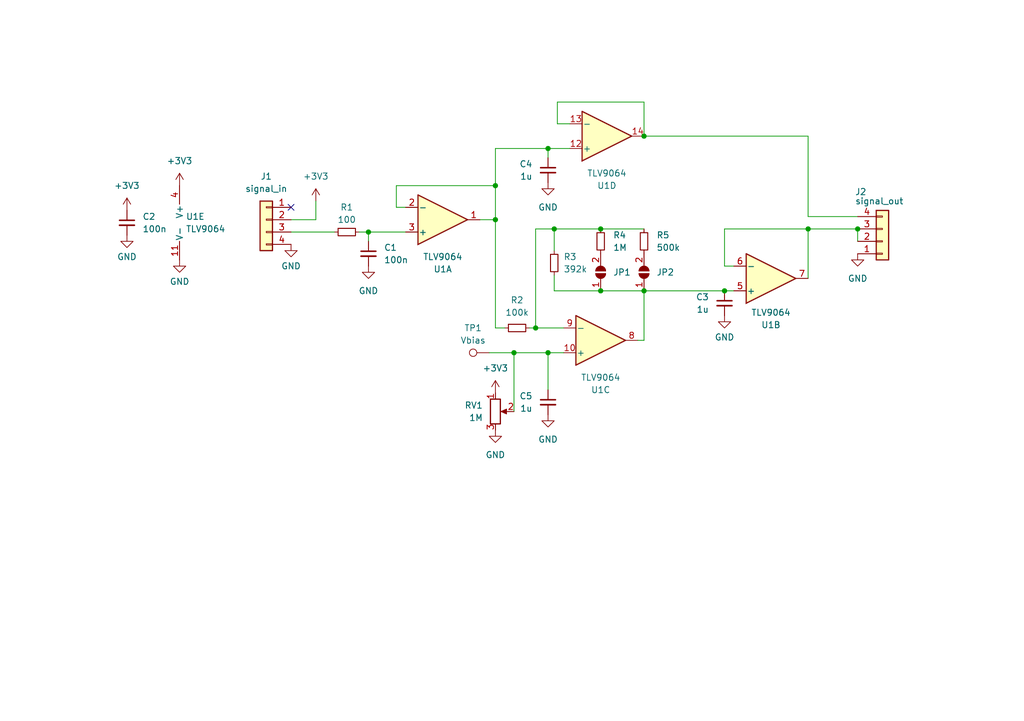
<source format=kicad_sch>
(kicad_sch (version 20230121) (generator eeschema)
  (paper "A5")
  (title_block (title "Analog Sensors Amolifier") (date "2024-03-30") (rev "2024.13") (company "NCKU Formula Racing"))
  (lib_symbols
    (symbol "Amplifier_Operational:TLV9064" (pin_names (offset 0.127))
      (property "Reference" "U" (at 0 5.08 0))
      (property "Value" "TLV9064" (at 0 -5.08 0))
      (symbol "TLV9064_1_1"
        (polyline (pts (xy -5.08 5.08) (xy 5.08 0) (xy -5.08 -5.08) (xy -5.08 5.08)) (stroke (width 0.254)) (fill (type background)))
        (pin output line (at 7.62 0 180) (length 2.54) (name "~") (number "1"))
        (pin input line (at -7.62 -2.54 0) (length 2.54) (name "-") (number "2"))
        (pin input line (at -7.62 2.54 0) (length 2.54) (name "+") (number "3"))
      )
      (symbol "TLV9064_2_1"
        (polyline (pts (xy -5.08 5.08) (xy 5.08 0) (xy -5.08 -5.08) (xy -5.08 5.08)) (stroke (width 0.254)) (fill (type background)))
        (pin input line (at -7.62 2.54 0) (length 2.54) (name "+") (number "5"))
        (pin input line (at -7.62 -2.54 0) (length 2.54) (name "-") (number "6"))
        (pin output line (at 7.62 0 180) (length 2.54) (name "~") (number "7"))
      )
      (symbol "TLV9064_3_1"
        (polyline (pts (xy -5.08 5.08) (xy 5.08 0) (xy -5.08 -5.08) (xy -5.08 5.08)) (stroke (width 0.254)) (fill (type background)))
        (pin input line (at -7.62 2.54 0) (length 2.54) (name "+") (number "10"))
        (pin output line (at 7.62 0 180) (length 2.54) (name "~") (number "8"))
        (pin input line (at -7.62 -2.54 0) (length 2.54) (name "-") (number "9"))
      )
      (symbol "TLV9064_4_1"
        (polyline (pts (xy -5.08 5.08) (xy 5.08 0) (xy -5.08 -5.08) (xy -5.08 5.08)) (stroke (width 0.254)) (fill (type background)))
        (pin input line (at -7.62 2.54 0) (length 2.54) (name "+") (number "12"))
        (pin input line (at -7.62 -2.54 0) (length 2.54) (name "-") (number "13"))
        (pin output line (at 7.62 0 180) (length 2.54) (name "~") (number "14"))
      )
      (symbol "TLV9064_5_1"
        (pin power_in line (at -2.54 -7.62 90) (length 3.81) (name "V-") (number "11"))
        (pin power_in line (at -2.54 7.62 270) (length 3.81) (name "V+") (number "4"))
      )
    )
    (symbol "Connector:TestPoint" (pin_numbers hide) (pin_names (offset 0.762) hide)
      (property "Reference" "TP" (at 0 6.858 0))
      (property "Value" "TestPoint" (at 0 5.08 0))
      (symbol "TestPoint_0_1"
        (circle (center 0 3.302) (radius 0.762))
      )
      (symbol "TestPoint_1_1"
        (pin passive line (at 0 0 90) (length 2.54) (name "1") (number "1"))
      )
    )
    (symbol "Connector_Generic:Conn_01x04" (pin_names (offset 1.016) hide)
      (property "Reference" "J" (at 0 5.08 0))
      (property "Value" "Conn_01x04" (at 0 -7.62 0))
      (symbol "Conn_01x04_1_1"
        (rectangle (start -1.27 -4.953) (end 0 -5.207) (stroke (width 0.1524)))
        (rectangle (start -1.27 -2.413) (end 0 -2.667) (stroke (width 0.1524)))
        (rectangle (start -1.27 0.127) (end 0 -0.127) (stroke (width 0.1524)))
        (rectangle (start -1.27 2.667) (end 0 2.413) (stroke (width 0.1524)))
        (rectangle (start -1.27 3.81) (end 1.27 -6.35) (stroke (width 0.254)) (fill (type background)))
        (pin passive line (at -5.08 2.54 0) (length 3.81) (name "Pin_1") (number "1"))
        (pin passive line (at -5.08 0 0) (length 3.81) (name "Pin_2") (number "2"))
        (pin passive line (at -5.08 -2.54 0) (length 3.81) (name "Pin_3") (number "3"))
        (pin passive line (at -5.08 -5.08 0) (length 3.81) (name "Pin_4") (number "4"))
      )
    )
    (symbol "Device:C_Small" (pin_numbers hide) (pin_names (offset 0.254) hide)
      (property "Reference" "C" (at 0.254 1.778 0))
      (property "Value" "C_Small" (at 0.254 -2.032 0))
      (symbol "C_Small_0_1"
        (polyline (pts (xy -1.524 -0.508) (xy 1.524 -0.508)) (stroke (width 0.3302)))
        (polyline (pts (xy -1.524 0.508) (xy 1.524 0.508)) (stroke (width 0.3048)))
      )
      (symbol "C_Small_1_1"
        (pin passive line (at 0 2.54 270) (length 2.032) (name "~") (number "1"))
        (pin passive line (at 0 -2.54 90) (length 2.032) (name "~") (number "2"))
      )
    )
    (symbol "Device:R_Potentiometer" (pin_names (offset 1.016) hide)
      (property "Reference" "RV" (at -4.445 0 90))
      (property "Value" "R_Potentiometer" (at -2.54 0 90))
      (symbol "R_Potentiometer_0_1"
        (polyline (pts (xy 2.54 0) (xy 1.524 0)))
        (polyline (pts (xy 1.143 0) (xy 2.286 0.508) (xy 2.286 -0.508) (xy 1.143 0)) (fill (type outline)))
        (rectangle (start 1.016 2.54) (end -1.016 -2.54) (stroke (width 0.254)))
      )
      (symbol "R_Potentiometer_1_1"
        (pin passive line (at 0 3.81 270) (length 1.27) (name "1") (number "1"))
        (pin passive line (at 3.81 0 180) (length 1.27) (name "2") (number "2"))
        (pin passive line (at 0 -3.81 90) (length 1.27) (name "3") (number "3"))
      )
    )
    (symbol "Device:R_Small" (pin_numbers hide) (pin_names (offset 0.254) hide)
      (property "Reference" "R" (at 0.762 0.508 0))
      (property "Value" "R_Small" (at 0.762 -1.016 0))
      (symbol "R_Small_0_1"
        (rectangle (start -0.762 1.778) (end 0.762 -1.778) (stroke (width 0.2032)))
      )
      (symbol "R_Small_1_1"
        (pin passive line (at 0 2.54 270) (length 0.762) (name "~") (number "1"))
        (pin passive line (at 0 -2.54 90) (length 0.762) (name "~") (number "2"))
      )
    )
    (symbol "Jumper:SolderJumper_2_Open" (pin_names (offset 0) hide)
      (property "Reference" "JP" (at 0 2.032 0))
      (property "Value" "SolderJumper_2_Open" (at 0 -2.54 0))
      (symbol "SolderJumper_2_Open_0_1"
        (arc (start -0.254 1.016) (mid -1.2656 0) (end -0.254 -1.016))
        (arc (start -0.254 1.016) (mid -1.2656 0) (end -0.254 -1.016) (fill (type outline)))
        (polyline (pts (xy -0.254 1.016) (xy -0.254 -1.016)))
        (polyline (pts (xy 0.254 1.016) (xy 0.254 -1.016)))
        (arc (start 0.254 -1.016) (mid 1.2656 0) (end 0.254 1.016))
        (arc (start 0.254 -1.016) (mid 1.2656 0) (end 0.254 1.016) (fill (type outline)))
      )
      (symbol "SolderJumper_2_Open_1_1"
        (pin passive line (at -3.81 0 0) (length 2.54) (name "A") (number "1"))
        (pin passive line (at 3.81 0 180) (length 2.54) (name "B") (number "2"))
      )
    )
    (symbol "power:+3V3" (power) (pin_names (offset 0))
      (property "Value" "+3V3" (at 0 3.556 0))
      (symbol "+3V3_0_1"
        (polyline (pts (xy -0.762 1.27) (xy 0 2.54)))
        (polyline (pts (xy 0 0) (xy 0 2.54)))
        (polyline (pts (xy 0 2.54) (xy 0.762 1.27)))
      )
      (symbol "+3V3_1_1"
        (pin power_in line (at 0 0 90) (length 0) hide (name "+3V3") (number "1"))
      )
    )
    (symbol "power:GND" (power) (pin_names (offset 0))
      (property "Value" "GND" (at 0 -3.81 0))
      (symbol "GND_0_1"
        (polyline (pts (xy 0 0) (xy 0 -1.27) (xy 1.27 -1.27) (xy 0 -2.54) (xy -1.27 -1.27) (xy 0 -1.27)))
      )
      (symbol "GND_1_1"
        (pin power_in line (at 0 0 270) (length 0) hide (name "GND") (number "1"))
      )
    )
  )
  (junction (at 101.6 38.1))
  (junction (at 123.19 46.99))
  (junction (at 105.41 72.39))
  (junction (at 101.6 45.085))
  (junction (at 132.08 59.69))
  (junction (at 123.19 59.69))
  (junction (at 175.895 46.99))
  (junction (at 112.395 72.39))
  (junction (at 109.855 67.31))
  (junction (at 165.735 46.99))
  (junction (at 112.395 30.48))
  (junction (at 148.59 59.69))
  (junction (at 75.565 47.625))
  (junction (at 132.08 27.94))
  (junction (at 113.665 46.99))
  (no_connect (at 59.69 42.545))
  (wire (pts (xy 101.6 30.48) (xy 112.395 30.48)))
  (wire (pts (xy 59.69 45.085) (xy 64.77 45.085)))
  (wire (pts (xy 73.66 47.625) (xy 75.565 47.625)))
  (wire (pts (xy 101.6 45.085) (xy 101.6 67.31)))
  (wire (pts (xy 132.08 20.955) (xy 132.08 27.94)))
  (wire (pts (xy 113.665 56.515) (xy 113.665 59.69)))
  (wire (pts (xy 148.59 54.61) (xy 150.495 54.61)))
  (wire (pts (xy 165.735 46.99) (xy 148.59 46.99)))
  (wire (pts (xy 112.395 72.39) (xy 115.57 72.39)))
  (wire (pts (xy 165.735 44.45) (xy 175.895 44.45)))
  (wire (pts (xy 81.28 38.1) (xy 81.28 42.545)))
  (wire (pts (xy 108.585 67.31) (xy 109.855 67.31)))
  (wire (pts (xy 123.19 46.99) (xy 113.665 46.99)))
  (wire (pts (xy 101.6 38.1) (xy 81.28 38.1)))
  (wire (pts (xy 132.08 59.69) (xy 148.59 59.69)))
  (wire (pts (xy 64.77 41.275) (xy 64.77 45.085)))
  (wire (pts (xy 116.84 25.4) (xy 114.3 25.4)))
  (wire (pts (xy 112.395 72.39) (xy 112.395 80.01)))
  (wire (pts (xy 175.895 46.99) (xy 175.895 49.53)))
  (wire (pts (xy 175.895 46.99) (xy 165.735 46.99)))
  (wire (pts (xy 113.665 46.99) (xy 113.665 51.435)))
  (wire (pts (xy 100.33 72.39) (xy 105.41 72.39)))
  (wire (pts (xy 148.59 46.99) (xy 148.59 54.61)))
  (wire (pts (xy 105.41 72.39) (xy 105.41 84.455)))
  (wire (pts (xy 81.28 42.545) (xy 83.185 42.545)))
  (wire (pts (xy 132.08 27.94) (xy 165.735 27.94)))
  (wire (pts (xy 114.3 20.955) (xy 132.08 20.955)))
  (wire (pts (xy 83.185 47.625) (xy 75.565 47.625)))
  (wire (pts (xy 109.855 67.31) (xy 115.57 67.31)))
  (wire (pts (xy 113.665 46.99) (xy 109.855 46.99)))
  (wire (pts (xy 165.735 46.99) (xy 165.735 57.15)))
  (wire (pts (xy 75.565 47.625) (xy 75.565 49.53)))
  (wire (pts (xy 148.59 59.69) (xy 150.495 59.69)))
  (wire (pts (xy 59.69 47.625) (xy 68.58 47.625)))
  (wire (pts (xy 101.6 38.1) (xy 101.6 45.085)))
  (wire (pts (xy 123.19 59.69) (xy 132.08 59.69)))
  (wire (pts (xy 132.08 46.99) (xy 123.19 46.99)))
  (wire (pts (xy 113.665 59.69) (xy 123.19 59.69)))
  (wire (pts (xy 101.6 45.085) (xy 98.425 45.085)))
  (wire (pts (xy 101.6 67.31) (xy 103.505 67.31)))
  (wire (pts (xy 132.08 59.69) (xy 132.08 69.85)))
  (wire (pts (xy 101.6 30.48) (xy 101.6 38.1)))
  (wire (pts (xy 112.395 30.48) (xy 116.84 30.48)))
  (wire (pts (xy 112.395 72.39) (xy 105.41 72.39)))
  (wire (pts (xy 112.395 30.48) (xy 112.395 32.385)))
  (wire (pts (xy 165.735 27.94) (xy 165.735 44.45)))
  (wire (pts (xy 114.3 25.4) (xy 114.3 20.955)))
  (wire (pts (xy 109.855 46.99) (xy 109.855 67.31)))
  (wire (pts (xy 132.08 69.85) (xy 130.81 69.85)))
  (symbol (lib_id "power:+3V3") (at 26.035 43.18 0) (unit 1)
    (property "Reference" "#PWR07" (effects hide))
    (property "Value" "+3V3" (at 26.035 38.1 0))
  )
  (symbol (lib_id "Amplifier_Operational:TLV9064") (at 39.37 45.72 0) (unit 5)
    (property "Reference" "U1" (at 38.1 44.45 0) (effects (justify left)))
    (property "Value" "TLV9064" (at 38.1 46.99 0) (effects (justify left)))
    (property "Footprint" "PCM_Package_SO_AKL:SOIC-14_3.9x8.7mm_P1.27mm" (effects hide))
    (property "Datasheet" "https://www.ti.com/lit/ds/symlink/tlv9064.pdf" (effects hide))
  )
  (symbol (lib_id "power:GND") (at 101.6 88.265 0) (unit 1)
    (property "Reference" "#PWR015" (effects hide))
    (property "Value" "GND" (at 101.6 93.345 0))
  )
  (symbol (lib_id "Device:R_Small") (at 123.19 49.53 180) (unit 1)
    (property "Reference" "R4" (at 125.73 48.26 0) (effects (justify right)))
    (property "Value" "1M" (at 125.73 50.8 0) (effects (justify right)))
    (property "Footprint" "Resistor_SMD:R_0603_1608Metric" (effects hide))
  )
  (symbol (lib_id "power:+3V3") (at 101.6 80.645 0) (unit 1)
    (property "Reference" "#PWR014" (effects hide))
    (property "Value" "+3V3" (at 101.6 75.565 0))
  )
  (symbol (lib_id "power:GND") (at 75.565 54.61 0) (unit 1)
    (property "Reference" "#PWR01" (effects hide))
    (property "Value" "GND" (at 75.565 59.69 0))
  )
  (symbol (lib_id "power:+3V3") (at 36.83 38.1 0) (unit 1)
    (property "Reference" "#PWR05" (effects hide))
    (property "Value" "+3V3" (at 36.83 33.02 0))
  )
  (symbol (lib_id "Connector_Generic:Conn_01x04") (at 180.975 49.53 0) (mirror x) (unit 1)
    (property "Reference" "J2" (at 176.53 39.37 0))
    (property "Value" "signal_out" (at 180.34 41.275 0))
    (property "Footprint" "Connector_PinHeader_2.00mm:PinHeader_1x04_P2.00mm_Vertical" (effects hide))
  )
  (symbol (lib_id "Device:C_Small") (at 112.395 34.925 0) (mirror y) (unit 1)
    (property "Reference" "C4" (at 109.22 33.6613 0) (effects (justify left)))
    (property "Value" "1u" (at 109.22 36.2013 0) (effects (justify left)))
    (property "Footprint" "Capacitor_SMD:C_0603_1608Metric" (effects hide))
  )
  (symbol (lib_id "Jumper:SolderJumper_2_Open") (at 132.08 55.88 90) (unit 1)
    (property "Reference" "JP2" (at 134.62 55.88 90) (effects (justify right)))
    (property "Value" "SolderJumper_2_Open" (effects hide))
    (property "Footprint" "AnalogSensorAmplifier:small jumper" (effects hide))
  )
  (symbol (lib_id "Amplifier_Operational:TLV9064") (at 124.46 27.94 0) (mirror x) (unit 4)
    (property "Reference" "U1" (at 124.46 38.1 0))
    (property "Value" "TLV9064" (at 124.46 35.56 0))
    (property "Footprint" "PCM_Package_SO_AKL:SOIC-14_3.9x8.7mm_P1.27mm" (effects hide))
    (property "Datasheet" "https://www.ti.com/lit/ds/symlink/tlv9064.pdf" (effects hide))
  )
  (symbol (lib_id "Amplifier_Operational:TLV9064") (at 158.115 57.15 0) (mirror x) (unit 2)
    (property "Reference" "U1" (at 158.115 66.675 0))
    (property "Value" "TLV9064" (at 158.115 64.135 0))
    (property "Footprint" "PCM_Package_SO_AKL:SOIC-14_3.9x8.7mm_P1.27mm" (effects hide))
    (property "Datasheet" "https://www.ti.com/lit/ds/symlink/tlv9064.pdf" (effects hide))
  )
  (symbol (lib_id "Device:C_Small") (at 26.035 45.72 0) (unit 1)
    (property "Reference" "C2" (at 29.21 44.4563 0) (effects (justify left)))
    (property "Value" "100n" (at 29.21 46.9963 0) (effects (justify left)))
    (property "Footprint" "Capacitor_SMD:C_0603_1608Metric" (effects hide))
  )
  (symbol (lib_id "Device:R_Small") (at 113.665 53.975 180) (unit 1)
    (property "Reference" "R3" (at 115.57 52.705 0) (effects (justify right)))
    (property "Value" "392k" (at 115.57 55.245 0) (effects (justify right)))
    (property "Footprint" "Resistor_SMD:R_0603_1608Metric" (effects hide))
  )
  (symbol (lib_id "power:GND") (at 59.69 50.165 0) (unit 1)
    (property "Reference" "#PWR04" (effects hide))
    (property "Value" "GND" (at 59.69 54.61 0))
  )
  (symbol (lib_id "Jumper:SolderJumper_2_Open") (at 123.19 55.88 90) (unit 1)
    (property "Reference" "JP1" (at 125.73 55.88 90) (effects (justify right)))
    (property "Value" "SolderJumper_2_Open" (effects hide))
    (property "Footprint" "AnalogSensorAmplifier:small jumper" (effects hide))
  )
  (symbol (lib_id "power:GND") (at 148.59 64.77 0) (unit 1)
    (property "Reference" "#PWR011" (effects hide))
    (property "Value" "GND" (at 148.59 69.215 0))
  )
  (symbol (lib_id "Connector:TestPoint") (at 100.33 72.39 90) (unit 1)
    (property "Reference" "TP1" (at 97.028 67.31 90))
    (property "Value" "Vbias" (at 97.028 69.85 90))
    (property "Footprint" "TestPoint:TestPoint_THTPad_D1.0mm_Drill0.5mm" (effects hide))
  )
  (symbol (lib_id "power:GND") (at 175.895 52.07 0) (unit 1)
    (property "Reference" "#PWR010" (effects hide))
    (property "Value" "GND" (at 175.895 57.15 0))
  )
  (symbol (lib_id "Device:R_Small") (at 106.045 67.31 90) (unit 1)
    (property "Reference" "R2" (at 106.045 61.595 90))
    (property "Value" "100k" (at 106.045 64.135 90))
    (property "Footprint" "Resistor_SMD:R_0603_1608Metric" (effects hide))
  )
  (symbol (lib_id "Device:R_Small") (at 71.12 47.625 90) (unit 1)
    (property "Reference" "R1" (at 71.12 42.545 90))
    (property "Value" "100" (at 71.12 45.085 90))
    (property "Footprint" "Resistor_SMD:R_0603_1608Metric" (effects hide))
  )
  (symbol (lib_id "Device:R_Small") (at 132.08 49.53 180) (unit 1)
    (property "Reference" "R5" (at 134.62 48.26 0) (effects (justify right)))
    (property "Value" "500k" (at 134.62 50.8 0) (effects (justify right)))
    (property "Footprint" "Resistor_SMD:R_0603_1608Metric" (effects hide))
  )
  (symbol (lib_id "power:GND") (at 112.395 85.09 0) (unit 1)
    (property "Reference" "#PWR02" (effects hide))
    (property "Value" "GND" (at 112.395 90.17 0))
  )
  (symbol (lib_id "power:GND") (at 112.395 37.465 0) (unit 1)
    (property "Reference" "#PWR09" (effects hide))
    (property "Value" "GND" (at 112.395 42.545 0))
  )
  (symbol (lib_id "Device:C_Small") (at 148.59 62.23 0) (mirror y) (unit 1)
    (property "Reference" "C3" (at 145.415 60.9663 0) (effects (justify left)))
    (property "Value" "1u" (at 145.415 63.5063 0) (effects (justify left)))
    (property "Footprint" "Capacitor_SMD:C_0603_1608Metric" (effects hide))
  )
  (symbol (lib_id "power:+3V3") (at 64.77 41.275 0) (unit 1)
    (property "Reference" "#PWR03" (effects hide))
    (property "Value" "+3V3" (at 64.77 36.195 0))
  )
  (symbol (lib_id "Amplifier_Operational:TLV9064") (at 123.19 69.85 0) (mirror x) (unit 3)
    (property "Reference" "U1" (at 123.19 80.01 0))
    (property "Value" "TLV9064" (at 123.19 77.47 0))
    (property "Footprint" "PCM_Package_SO_AKL:SOIC-14_3.9x8.7mm_P1.27mm" (effects hide))
    (property "Datasheet" "https://www.ti.com/lit/ds/symlink/tlv9064.pdf" (effects hide))
  )
  (symbol (lib_id "Amplifier_Operational:TLV9064") (at 90.805 45.085 0) (mirror x) (unit 1)
    (property "Reference" "U1" (at 90.805 55.245 0))
    (property "Value" "TLV9064" (at 90.805 52.705 0))
    (property "Footprint" "PCM_Package_SO_AKL:SOIC-14_3.9x8.7mm_P1.27mm" (effects hide))
    (property "Datasheet" "https://www.ti.com/lit/ds/symlink/tlv9064.pdf" (effects hide))
  )
  (symbol (lib_id "Device:C_Small") (at 75.565 52.07 0) (unit 1)
    (property "Reference" "C1" (at 78.74 50.8063 0) (effects (justify left)))
    (property "Value" "100n" (at 78.74 53.3463 0) (effects (justify left)))
    (property "Footprint" "Capacitor_SMD:C_0603_1608Metric" (effects hide))
  )
  (symbol (lib_id "Device:R_Potentiometer") (at 101.6 84.455 0) (unit 1)
    (property "Reference" "RV1" (at 99.06 83.185 0) (effects (justify right)))
    (property "Value" "1M" (at 99.06 85.725 0) (effects (justify right)))
    (property "Footprint" "AnalogSensorAmplifier:PVG3A" (effects hide))
  )
  (symbol (lib_id "Device:C_Small") (at 112.395 82.55 0) (mirror y) (unit 1)
    (property "Reference" "C5" (at 109.22 81.2863 0) (effects (justify left)))
    (property "Value" "1u" (at 109.22 83.8263 0) (effects (justify left)))
    (property "Footprint" "Capacitor_SMD:C_0603_1608Metric" (effects hide))
  )
  (symbol (lib_id "Connector_Generic:Conn_01x04") (at 54.61 45.085 0) (mirror y) (unit 1)
    (property "Reference" "J1" (at 54.61 36.195 0))
    (property "Value" "signal_in" (at 54.61 38.735 0))
    (property "Footprint" "Connector_PinHeader_2.00mm:PinHeader_1x04_P2.00mm_Vertical" (effects hide))
  )
  (symbol (lib_id "power:GND") (at 26.035 48.26 0) (unit 1)
    (property "Reference" "#PWR08" (effects hide))
    (property "Value" "GND" (at 26.035 52.705 0))
  )
  (symbol (lib_id "power:GND") (at 36.83 53.34 0) (unit 1)
    (property "Reference" "#PWR06" (effects hide))
    (property "Value" "GND" (at 36.83 57.785 0))
  )
)
</source>
